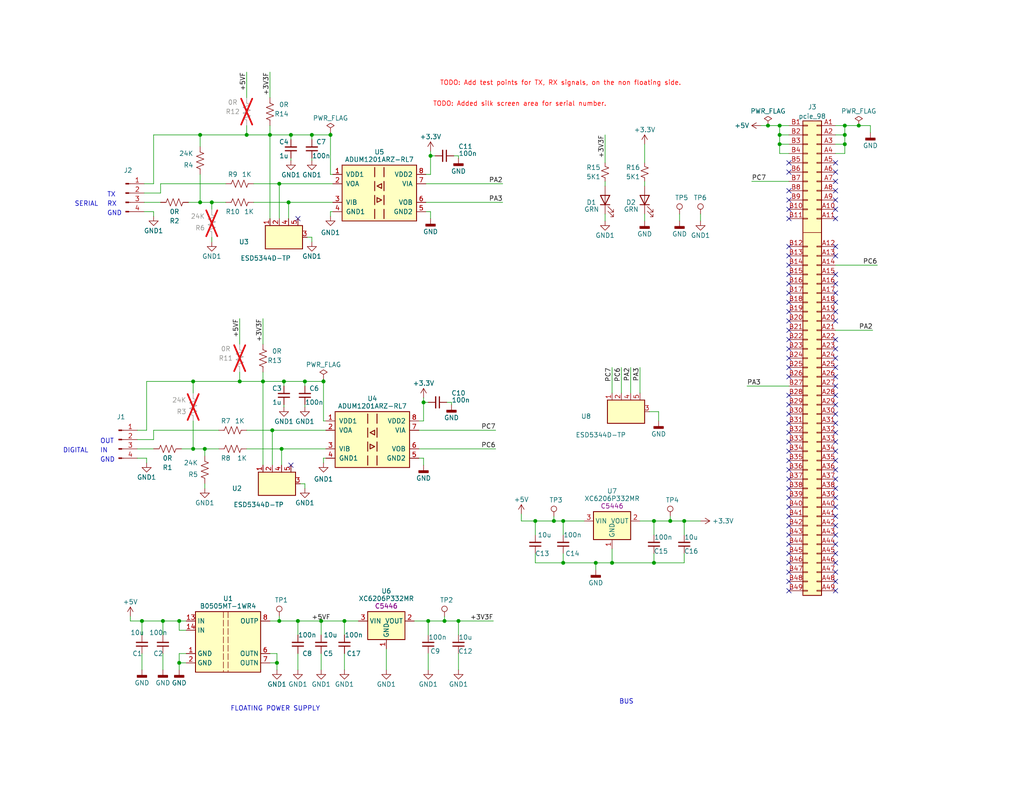
<source format=kicad_sch>
(kicad_sch (version 20230121) (generator eeschema)
  (paper "USLetter")
  (title_block (title "IO BOARD") (rev "0.1"))
  (lib_symbols
    (symbol "Connector:Conn_01x04_Pin" (pin_names (offset 1.016) hide)
      (property "Reference" "J" (at 0 5.08 0))
      (property "Value" "Conn_01x04_Pin" (at 0 -7.62 0))
      (symbol "Conn_01x04_Pin_1_1"
        (pin passive line (at 5.08 2.54 180) (length 3.81) (name "Pin_1") (number "1"))
        (pin passive line (at 5.08 0 180) (length 3.81) (name "Pin_2") (number "2"))
        (pin passive line (at 5.08 -2.54 180) (length 3.81) (name "Pin_3") (number "3"))
        (pin passive line (at 5.08 -5.08 180) (length 3.81) (name "Pin_4") (number "4"))
      )
    )
    (symbol "Device:C_Small" (pin_numbers hide) (pin_names (offset 0.254) hide)
      (property "Reference" "C" (at 0.254 1.778 0))
      (property "Value" "C_Small" (at 0.254 -2.032 0))
      (symbol "C_Small_1_1"
        (pin passive line (at 0 2.54 270) (length 2.032) (name "~") (number "1"))
        (pin passive line (at 0 -2.54 90) (length 2.032) (name "~") (number "2"))
      )
    )
    (symbol "Device:LED" (pin_numbers hide) (pin_names (offset 1.016) hide)
      (property "Reference" "D" (at 0 2.54 0))
      (property "Value" "LED" (at 0 -2.54 0))
      (symbol "LED_1_1"
        (pin passive line (at -3.81 0 0) (length 2.54) (name "K") (number "1"))
        (pin passive line (at 3.81 0 180) (length 2.54) (name "A") (number "2"))
      )
    )
    (symbol "Device:R_Small_US" (pin_numbers hide) (pin_names (offset 0.254) hide)
      (property "Reference" "R" (at 0.762 0.508 0))
      (property "Value" "R_Small_US" (at 0.762 -1.016 0))
      (symbol "R_Small_US_1_1"
        (pin passive line (at 0 2.54 270) (length 1.016) (name "~") (number "1"))
        (pin passive line (at 0 -2.54 90) (length 1.016) (name "~") (number "2"))
      )
    )
    (symbol "Device:R_US" (pin_numbers hide) (pin_names (offset 0))
      (property "Reference" "R" (at 2.54 0 90))
      (property "Value" "R_US" (at -2.54 0 90))
      (symbol "R_US_1_1"
        (pin passive line (at 0 3.81 270) (length 1.27) (name "~") (number "1"))
        (pin passive line (at 0 -3.81 90) (length 1.27) (name "~") (number "2"))
      )
    )
    (symbol "ESD5344D_1" (pin_names hide)
      (property "Reference" "U" (at -2.54 7.62 0))
      (property "Value" "esd_x4" (at 0 7.62 0))
      (symbol "ESD5344D_1_1_1"
        (pin passive line (at -5.08 5.08 0) (length 1.905) (name "D1") (number "1"))
        (pin passive line (at -5.08 2.54 0) (length 1.905) (name "D2") (number "2"))
        (pin power_in line (at 0 -5.08 90) (length 1.27) (name "GND") (number "3"))
        (pin passive line (at -5.08 0 0) (length 1.905) (name "D3") (number "4"))
        (pin passive line (at -5.08 -2.54 0) (length 1.905) (name "D4") (number "5"))
      )
    )
    (symbol "Isolator:ADuM1201AR" (pin_names (offset 1.016))
      (property "Reference" "U" (at -10.16 8.89 0))
      (property "Value" "ADuM1201AR" (at -2.032 8.89 0))
      (symbol "ADuM1201AR_1_1"
        (pin power_in line (at -12.7 5.08 0) (length 2.54) (name "VDD1") (number "1"))
        (pin output line (at -12.7 2.54 0) (length 2.54) (name "VOA") (number "2"))
        (pin input line (at -12.7 -2.54 0) (length 2.54) (name "VIB") (number "3"))
        (pin power_in line (at -12.7 -5.08 0) (length 2.54) (name "GND1") (number "4"))
        (pin power_in line (at 12.7 -5.08 180) (length 2.54) (name "GND2") (number "5"))
        (pin output line (at 12.7 -2.54 180) (length 2.54) (name "VOB") (number "6"))
        (pin input line (at 12.7 2.54 180) (length 2.54) (name "VIA") (number "7"))
        (pin power_in line (at 12.7 5.08 180) (length 2.54) (name "VDD2") (number "8"))
      )
    )
    (symbol "common:GND" (power) (pin_names (offset 0))
      (property "Value" "GND" (at 0 -3.175 0))
      (symbol "GND_1_1"
        (pin power_in line (at 0 0 270) (length 0) hide (name "GND") (number "1"))
      )
    )
    (symbol "common:PCIE_98_EDGE" (pin_names (offset 1.016) hide)
      (property "Reference" "J" (at 1.27 40.64 0))
      (property "Value" "pcie_98" (at 20.32 44.45 0))
      (symbol "PCIE_98_EDGE_1_1"
        (pin passive line (at 7.62 38.1 180) (length 3.81) (name "Pin_a1") (number "A1"))
        (pin passive line (at 7.62 15.24 180) (length 3.81) (name "Pin_a10") (number "A10"))
        (pin passive line (at 7.62 12.7 180) (length 3.81) (name "Pin_A11") (number "A11"))
        (pin passive line (at 7.62 5.08 180) (length 3.81) (name "Pin_a12") (number "A12"))
        (pin passive line (at 7.62 2.54 180) (length 3.81) (name "Pin_a13") (number "A13"))
        (pin passive line (at 7.62 0 180) (length 3.81) (name "Pin_a14") (number "A14"))
        (pin passive line (at 7.62 -2.54 180) (length 3.81) (name "Pin_a15") (number "A15"))
        (pin passive line (at 7.62 -5.08 180) (length 3.81) (name "Pin_a16") (number "A16"))
        (pin passive line (at 7.62 -7.62 180) (length 3.81) (name "Pin_a17") (number "A17"))
        (pin passive line (at 7.62 -10.16 180) (length 3.81) (name "Pin_a18") (number "A18"))
        (pin passive line (at 7.62 -12.7 180) (length 3.81) (name "Pin_a19") (number "A19"))
        (pin passive line (at 7.62 35.56 180) (length 3.81) (name "Pin_a2") (number "A2"))
        (pin passive line (at 7.62 -15.24 180) (length 3.81) (name "Pin_a20") (number "A20"))
        (pin passive line (at 7.62 -17.78 180) (length 3.81) (name "Pin_a21") (number "A21"))
        (pin passive line (at 7.62 -20.32 180) (length 3.81) (name "Pin_a22") (number "A22"))
        (pin passive line (at 7.62 -22.86 180) (length 3.81) (name "Pin_a23") (number "A23"))
        (pin passive line (at 7.62 -25.4 180) (length 3.81) (name "Pin_a24") (number "A24"))
        (pin passive line (at 7.62 -27.94 180) (length 3.81) (name "Pin_a25") (number "A25"))
        (pin passive line (at 7.62 -30.48 180) (length 3.81) (name "Pin_a26") (number "A26"))
        (pin passive line (at 7.62 -33.02 180) (length 3.81) (name "Pin_a27") (number "A27"))
        (pin passive line (at 7.62 -35.56 180) (length 3.81) (name "Pin_a28") (number "A28"))
        (pin passive line (at 7.62 -38.1 180) (length 3.81) (name "Pin_a29") (number "A29"))
        (pin passive line (at 7.62 33.02 180) (length 3.81) (name "Pin_a3") (number "A3"))
        (pin passive line (at 7.62 -40.64 180) (length 3.81) (name "Pin_a30") (number "A30"))
        (pin passive line (at 7.62 -43.18 180) (length 3.81) (name "Pin_a31") (number "A31"))
        (pin passive line (at 7.62 -45.72 180) (length 3.81) (name "Pin_a32") (number "A32"))
        (pin passive line (at 7.62 -48.26 180) (length 3.81) (name "Pin_a33") (number "A33"))
        (pin passive line (at 7.62 -50.8 180) (length 3.81) (name "Pin_a34") (number "A34"))
        (pin passive line (at 7.62 -53.34 180) (length 3.81) (name "Pin_a35") (number "A35"))
        (pin passive line (at 7.62 -55.88 180) (length 3.81) (name "Pin_a36") (number "A36"))
        (pin passive line (at 7.62 -58.42 180) (length 3.81) (name "Pin_a37") (number "A37"))
        (pin passive line (at 7.62 -60.96 180) (length 3.81) (name "Pin_a38") (number "A38"))
        (pin passive line (at 7.62 -63.5 180) (length 3.81) (name "Pin_a39") (number "A39"))
        (pin passive line (at 7.62 30.48 180) (length 3.81) (name "Pin_a4") (number "A4"))
        (pin passive line (at 7.62 -66.04 180) (length 3.81) (name "Pin_a40") (number "A40"))
        (pin passive line (at 7.62 -68.58 180) (length 3.81) (name "Pin_a41") (number "A41"))
        (pin passive line (at 7.62 -71.12 180) (length 3.81) (name "Pin_a42") (number "A42"))
        (pin passive line (at 7.62 -73.66 180) (length 3.81) (name "Pin_a43") (number "A43"))
        (pin passive line (at 7.62 -76.2 180) (length 3.81) (name "Pin_a44") (number "A44"))
        (pin passive line (at 7.62 -78.74 180) (length 3.81) (name "Pin_a45") (number "A45"))
        (pin passive line (at 7.62 -81.28 180) (length 3.81) (name "Pin_a46") (number "A46"))
        (pin passive line (at 7.62 -83.82 180) (length 3.81) (name "Pin_a47") (number "A47"))
        (pin passive line (at 7.62 -86.36 180) (length 3.81) (name "Pin_a48") (number "A48"))
        (pin passive line (at 7.62 -88.9 180) (length 3.81) (name "Pin_a49") (number "A49"))
        (pin passive line (at 7.62 27.94 180) (length 3.81) (name "Pin_a5") (number "A5"))
        (pin passive line (at 7.62 25.4 180) (length 3.81) (name "Pin_a6") (number "A6"))
        (pin passive line (at 7.62 22.86 180) (length 3.81) (name "Pin_a7") (number "A7"))
        (pin passive line (at 7.62 20.32 180) (length 3.81) (name "Pin_a8") (number "A8"))
        (pin passive line (at 7.62 17.78 180) (length 3.81) (name "Pin_a9") (number "A9"))
        (pin passive line (at -5.08 38.1 0) (length 3.81) (name "Pin_b1") (number "B1"))
        (pin passive line (at -5.08 15.24 0) (length 3.81) (name "Pin_b10") (number "B10"))
        (pin passive line (at -5.08 12.7 0) (length 3.81) (name "Pin_b11") (number "B11"))
        (pin passive line (at -5.08 5.08 0) (length 3.81) (name "Pin_b12") (number "B12"))
        (pin passive line (at -5.08 2.54 0) (length 3.81) (name "Pin_b13") (number "B13"))
        (pin passive line (at -5.08 0 0) (length 3.81) (name "Pin_b14") (number "B14"))
        (pin passive line (at -5.08 -2.54 0) (length 3.81) (name "Pin_b15") (number "B15"))
        (pin passive line (at -5.08 -5.08 0) (length 3.81) (name "Pin_b16") (number "B16"))
        (pin passive line (at -5.08 -7.62 0) (length 3.81) (name "Pin_b17") (number "B17"))
        (pin passive line (at -5.08 -10.16 0) (length 3.81) (name "Pin_b18") (number "B18"))
        (pin passive line (at -5.08 -12.7 0) (length 3.81) (name "Pin_b19") (number "B19"))
        (pin passive line (at -5.08 35.56 0) (length 3.81) (name "Pin_b2") (number "B2"))
        (pin passive line (at -5.08 -15.24 0) (length 3.81) (name "Pin_b20") (number "B20"))
        (pin passive line (at -5.08 -17.78 0) (length 3.81) (name "Pin_b21") (number "B21"))
        (pin passive line (at -5.08 -20.32 0) (length 3.81) (name "Pin_b22") (number "B22"))
        (pin passive line (at -5.08 -22.86 0) (length 3.81) (name "Pin_b23") (number "B23"))
        (pin passive line (at -5.08 -25.4 0) (length 3.81) (name "Pin_b24") (number "B24"))
        (pin passive line (at -5.08 -27.94 0) (length 3.81) (name "Pin_b25") (number "B25"))
        (pin passive line (at -5.08 -30.48 0) (length 3.81) (name "Pin_b26") (number "B26"))
        (pin passive line (at -5.08 -33.02 0) (length 3.81) (name "Pin_b27") (number "B27"))
        (pin passive line (at -5.08 -35.56 0) (length 3.81) (name "Pin_b28") (number "B28"))
        (pin passive line (at -5.08 -38.1 0) (length 3.81) (name "Pin_b29") (number "B29"))
        (pin passive line (at -5.08 33.02 0) (length 3.81) (name "Pin_b3") (number "B3"))
        (pin passive line (at -5.08 -40.64 0) (length 3.81) (name "Pin_b30") (number "B30"))
        (pin passive line (at -5.08 -43.18 0) (length 3.81) (name "Pin_b31") (number "B31"))
        (pin passive line (at -5.08 -45.72 0) (length 3.81) (name "Pin_b32") (number "B32"))
        (pin passive line (at -5.08 -48.26 0) (length 3.81) (name "Pin_b33") (number "B33"))
        (pin passive line (at -5.08 -50.8 0) (length 3.81) (name "Pin_b34") (number "B34"))
        (pin passive line (at -5.08 -53.34 0) (length 3.81) (name "Pin_b35") (number "B35"))
        (pin passive line (at -5.08 -55.88 0) (length 3.81) (name "Pin_b36") (number "B36"))
        (pin passive line (at -5.08 -58.42 0) (length 3.81) (name "Pin_b37") (number "B37"))
        (pin passive line (at -5.08 -60.96 0) (length 3.81) (name "Pin_b38") (number "B38"))
        (pin passive line (at -5.08 -63.5 0) (length 3.81) (name "Pin_b39") (number "B39"))
        (pin passive line (at -5.08 30.48 0) (length 3.81) (name "Pin_b4") (number "B4"))
        (pin passive line (at -5.08 -66.04 0) (length 3.81) (name "Pin_b40") (number "B40"))
        (pin passive line (at -5.08 -68.58 0) (length 3.81) (name "Pin_b41") (number "B41"))
        (pin passive line (at -5.08 -71.12 0) (length 3.81) (name "Pin_b42") (number "B42"))
        (pin passive line (at -5.08 -73.66 0) (length 3.81) (name "Pin_b43") (number "B43"))
        (pin passive line (at -5.08 -76.2 0) (length 3.81) (name "Pin_b44") (number "B44"))
        (pin passive line (at -5.08 -78.74 0) (length 3.81) (name "Pin_b45") (number "B45"))
        (pin passive line (at -5.08 -81.28 0) (length 3.81) (name "Pin_46") (number "B46"))
        (pin passive line (at -5.08 -83.82 0) (length 3.81) (name "Pin_b47") (number "B47"))
        (pin passive line (at -5.08 -86.36 0) (length 3.81) (name "Pin_b48") (number "B48"))
        (pin passive line (at -5.08 -88.9 0) (length 3.81) (name "Pin_b49") (number "B49"))
        (pin passive line (at -5.08 27.94 0) (length 3.81) (name "Pin_b5") (number "B5"))
        (pin passive line (at -5.08 25.4 0) (length 3.81) (name "Pin_b6") (number "B6"))
        (pin passive line (at -5.08 22.86 0) (length 3.81) (name "Pin_b7") (number "B7"))
        (pin passive line (at -5.08 20.32 0) (length 3.81) (name "Pin_b8") (number "B8"))
        (pin passive line (at -5.08 17.78 0) (length 3.81) (name "Pin_b9") (number "B9"))
      )
    )
    (symbol "common:TestPoint" (pin_numbers hide) (pin_names (offset 0.762) hide)
      (property "Reference" "TP" (at 0 6.858 0))
      (property "Value" "TestPoint" (at 0 5.08 0))
      (symbol "TestPoint_1_1"
        (pin passive line (at 0 1.27 90) (length 1.27) (name "1") (number "1"))
      )
    )
    (symbol "common:XC6206P332MR"
      (property "Reference" "U" (at -5.08 -3.81 0))
      (property "Value" "XC6206P332MR" (at 0 6.35 0))
      (property "LCSC" "C14289" (at -10.16 -1.27 0))
      (symbol "XC6206P332MR_1_1"
        (pin power_in line (at 0 -5.08 90) (length 2.54) (name "GND") (number "1"))
        (pin power_out line (at 7.62 2.54 180) (length 2.54) (name "VOUT") (number "2"))
        (pin power_in line (at -7.62 2.54 0) (length 2.54) (name "VIN") (number "3"))
      )
    )
    (symbol "io:isolated_dc_dc"
      (property "Reference" "U" (at -5.08 8.89 0))
      (property "Value" "B0505MT-1WR4" (at 3.81 8.89 0))
      (symbol "isolated_dc_dc_1_1"
        (pin power_in line (at -10.16 -6.35 0) (length 2.54) (name "GND") (number "1"))
        (pin power_in line (at -10.16 2.54 0) (length 2.54) (name "IN") (number "13"))
        (pin power_in line (at -10.16 0 0) (length 2.54) (name "IN") (number "14"))
        (pin power_in line (at -10.16 -8.89 0) (length 2.54) (name "GND") (number "2"))
        (pin power_out line (at 12.7 -6.35 180) (length 2.54) (name "OUTN") (number "6"))
        (pin passive line (at 12.7 -8.89 180) (length 2.54) (name "OUTN") (number "7"))
        (pin power_out line (at 12.7 2.54 180) (length 2.54) (name "OUTP") (number "8"))
      )
    )
    (symbol "power:+3.3V" (power) (pin_names (offset 0))
      (property "Value" "+3.3V" (at 0 3.556 0))
      (symbol "+3.3V_1_1"
        (pin power_in line (at 0 0 90) (length 0) hide (name "+3.3V") (number "1"))
      )
    )
    (symbol "power:+5V" (power) (pin_names (offset 0))
      (property "Value" "+5V" (at 0 3.556 0))
      (symbol "+5V_1_1"
        (pin power_in line (at 0 0 90) (length 0) hide (name "+5V") (number "1"))
      )
    )
    (symbol "power:GND1" (power) (pin_names (offset 0))
      (property "Value" "GND1" (at 0 -3.81 0))
      (symbol "GND1_1_1"
        (pin power_in line (at 0 0 270) (length 0) hide (name "GND1") (number "1"))
      )
    )
    (symbol "power:PWR_FLAG" (power) (pin_numbers hide) (pin_names (offset 0) hide)
      (property "Value" "PWR_FLAG" (at 0 3.81 0))
      (symbol "PWR_FLAG_0_0"
        (pin power_out line (at 0 0 90) (length 0) (name "pwr") (number "1"))
      )
    )
  )
  (junction (at 115.57 109.855))
  (junction (at 76.2 50.165))
  (junction (at 44.45 169.545))
  (junction (at 54.61 36.83))
  (junction (at 146.05 142.24))
  (junction (at 74.295 117.475))
  (junction (at 212.725 36.83))
  (junction (at 230.505 34.29))
  (junction (at 167.005 153.67))
  (junction (at 93.98 169.545))
  (junction (at 81.28 169.545))
  (junction (at 38.735 169.545))
  (junction (at 117.475 42.545))
  (junction (at 90.17 36.83))
  (junction (at 116.84 169.545))
  (junction (at 151.13 142.24))
  (junction (at 76.835 122.555))
  (junction (at 186.69 142.24))
  (junction (at 76.2 169.545))
  (junction (at 178.435 153.67))
  (junction (at 88.265 104.14))
  (junction (at 48.895 180.975))
  (junction (at 65.405 104.14))
  (junction (at 153.67 153.67))
  (junction (at 209.55 34.29))
  (junction (at 52.705 104.14))
  (junction (at 125.095 169.545))
  (junction (at 230.505 36.83))
  (junction (at 73.66 36.83))
  (junction (at 78.74 55.245))
  (junction (at 234.315 34.29))
  (junction (at 153.67 142.24))
  (junction (at 48.895 169.545))
  (junction (at 162.56 153.67))
  (junction (at 85.09 36.83))
  (junction (at 79.375 36.83))
  (junction (at 55.88 122.555))
  (junction (at 75.565 180.975))
  (junction (at 121.285 169.545))
  (junction (at 52.705 122.555))
  (junction (at 67.31 36.83))
  (junction (at 83.185 104.14))
  (junction (at 71.755 104.14))
  (junction (at 54.61 55.245))
  (junction (at 57.785 55.245))
  (junction (at 87.63 169.545))
  (junction (at 230.505 39.37))
  (junction (at 178.435 142.24))
  (junction (at 212.725 39.37))
  (junction (at 182.88 142.24))
  (junction (at 77.47 104.14))
  (junction (at 212.725 34.29))
  (no_connect (at 227.965 52.07))
  (no_connect (at 215.265 57.15))
  (no_connect (at 227.965 135.89))
  (no_connect (at 215.265 95.25))
  (no_connect (at 227.965 100.33))
  (no_connect (at 227.965 95.25))
  (no_connect (at 215.265 110.49))
  (no_connect (at 215.265 153.67))
  (no_connect (at 227.965 153.67))
  (no_connect (at 227.965 102.87))
  (no_connect (at 227.965 57.15))
  (no_connect (at 215.265 44.45))
  (no_connect (at 215.265 77.47))
  (no_connect (at 215.265 107.95))
  (no_connect (at 227.965 105.41))
  (no_connect (at 215.265 92.71))
  (no_connect (at 227.965 82.55))
  (no_connect (at 227.965 110.49))
  (no_connect (at 227.965 123.19))
  (no_connect (at 79.375 127))
  (no_connect (at 215.265 143.51))
  (no_connect (at 215.265 158.75))
  (no_connect (at 227.965 161.29))
  (no_connect (at 215.265 130.81))
  (no_connect (at 215.265 72.39))
  (no_connect (at 227.965 148.59))
  (no_connect (at 227.965 74.93))
  (no_connect (at 215.265 97.79))
  (no_connect (at 215.265 85.09))
  (no_connect (at 215.265 90.17))
  (no_connect (at 215.265 148.59))
  (no_connect (at 227.965 113.03))
  (no_connect (at 227.965 44.45))
  (no_connect (at 81.28 59.69))
  (no_connect (at 227.965 143.51))
  (no_connect (at 227.965 158.75))
  (no_connect (at 215.265 140.97))
  (no_connect (at 227.965 46.99))
  (no_connect (at 215.265 135.89))
  (no_connect (at 215.265 128.27))
  (no_connect (at 227.965 130.81))
  (no_connect (at 215.265 74.93))
  (no_connect (at 215.265 67.31))
  (no_connect (at 215.265 125.73))
  (no_connect (at 227.965 97.79))
  (no_connect (at 215.265 102.87))
  (no_connect (at 215.265 87.63))
  (no_connect (at 227.965 85.09))
  (no_connect (at 215.265 54.61))
  (no_connect (at 215.265 82.55))
  (no_connect (at 227.965 54.61))
  (no_connect (at 227.965 107.95))
  (no_connect (at 215.265 80.01))
  (no_connect (at 227.965 118.11))
  (no_connect (at 215.265 46.99))
  (no_connect (at 227.965 128.27))
  (no_connect (at 227.965 125.73))
  (no_connect (at 215.265 133.35))
  (no_connect (at 215.265 52.07))
  (no_connect (at 227.965 59.69))
  (no_connect (at 227.965 120.65))
  (no_connect (at 215.265 151.13))
  (no_connect (at 227.965 138.43))
  (no_connect (at 227.965 87.63))
  (no_connect (at 215.265 138.43))
  (no_connect (at 227.965 140.97))
  (no_connect (at 215.265 113.03))
  (no_connect (at 215.265 118.11))
  (no_connect (at 215.265 69.85))
  (no_connect (at 215.265 100.33))
  (no_connect (at 227.965 133.35))
  (no_connect (at 215.265 123.19))
  (no_connect (at 215.265 59.69))
  (no_connect (at 215.265 120.65))
  (no_connect (at 215.265 115.57))
  (no_connect (at 227.965 156.21))
  (no_connect (at 215.265 156.21))
  (no_connect (at 227.965 49.53))
  (no_connect (at 215.265 146.05))
  (no_connect (at 227.965 146.05))
  (no_connect (at 227.965 151.13))
  (no_connect (at 227.965 80.01))
  (no_connect (at 227.965 92.71))
  (no_connect (at 215.265 161.29))
  (no_connect (at 227.965 67.31))
  (no_connect (at 227.965 77.47))
  (no_connect (at 227.965 115.57))
  (no_connect (at 227.965 69.85))
  (wire (pts (xy 73.66 180.975) (xy 75.565 180.975)))
  (wire (pts (xy 230.505 36.83) (xy 230.505 34.29)))
  (wire (pts (xy 87.63 178.435) (xy 87.63 182.88)))
  (wire (pts (xy 114.3 122.555) (xy 135.255 122.555)))
  (wire (pts (xy 169.545 100.33) (xy 169.545 107.315)))
  (wire (pts (xy 65.405 101.6) (xy 65.405 104.14)))
  (wire (pts (xy 116.84 169.545) (xy 116.84 173.355)))
  (wire (pts (xy 73.66 34.29) (xy 73.66 36.83)))
  (wire (pts (xy 117.475 41.275) (xy 117.475 42.545)))
  (wire (pts (xy 87.63 169.545) (xy 87.63 173.355)))
  (wire (pts (xy 203.835 105.41) (xy 215.265 105.41)))
  (wire (pts (xy 79.375 43.18) (xy 79.375 43.815)))
  (wire (pts (xy 83.185 132.08) (xy 83.185 133.35)))
  (wire (pts (xy 83.82 64.77) (xy 85.09 64.77)))
  (wire (pts (xy 117.475 57.785) (xy 117.475 59.69)))
  (wire (pts (xy 41.91 57.785) (xy 39.37 57.785)))
  (wire (pts (xy 153.67 142.24) (xy 153.67 146.05)))
  (wire (pts (xy 81.28 178.435) (xy 81.28 182.88)))
  (wire (pts (xy 115.57 125.095) (xy 115.57 127)))
  (wire (pts (xy 54.61 36.83) (xy 67.31 36.83)))
  (wire (pts (xy 116.205 50.165) (xy 137.16 50.165)))
  (wire (pts (xy 172.085 100.33) (xy 172.085 107.315)))
  (wire (pts (xy 125.095 169.545) (xy 125.095 173.355)))
  (wire (pts (xy 35.56 168.275) (xy 35.56 169.545)))
  (wire (pts (xy 186.69 142.24) (xy 191.135 142.24)))
  (wire (pts (xy 81.915 132.08) (xy 83.185 132.08)))
  (wire (pts (xy 116.205 55.245) (xy 137.16 55.245)))
  (wire (pts (xy 65.405 86.995) (xy 65.405 93.98)))
  (wire (pts (xy 121.285 169.545) (xy 125.095 169.545)))
  (wire (pts (xy 142.24 142.24) (xy 146.05 142.24)))
  (wire (pts (xy 146.05 153.67) (xy 153.67 153.67)))
  (wire (pts (xy 77.47 110.49) (xy 77.47 111.125)))
  (wire (pts (xy 83.185 104.14) (xy 77.47 104.14)))
  (wire (pts (xy 175.895 49.53) (xy 175.895 50.8)))
  (wire (pts (xy 44.45 169.545) (xy 44.45 173.355)))
  (wire (pts (xy 71.755 104.14) (xy 71.755 127)))
  (wire (pts (xy 35.56 169.545) (xy 38.735 169.545)))
  (wire (pts (xy 165.1 36.83) (xy 165.1 44.45)))
  (wire (pts (xy 69.215 50.165) (xy 76.2 50.165)))
  (wire (pts (xy 125.095 178.435) (xy 125.095 182.88)))
  (wire (pts (xy 230.505 39.37) (xy 230.505 36.83)))
  (wire (pts (xy 88.265 125.095) (xy 88.265 126.365)))
  (wire (pts (xy 52.705 114.935) (xy 52.705 122.555)))
  (wire (pts (xy 51.435 55.245) (xy 54.61 55.245)))
  (wire (pts (xy 151.13 140.97) (xy 151.13 142.24)))
  (wire (pts (xy 185.42 58.42) (xy 185.42 60.325)))
  (wire (pts (xy 54.61 36.83) (xy 54.61 40.005)))
  (wire (pts (xy 227.965 36.83) (xy 230.505 36.83)))
  (wire (pts (xy 43.815 50.165) (xy 61.595 50.165)))
  (wire (pts (xy 69.215 55.245) (xy 78.74 55.245)))
  (wire (pts (xy 90.17 47.625) (xy 90.805 47.625)))
  (wire (pts (xy 88.265 114.935) (xy 88.9 114.935)))
  (wire (pts (xy 43.815 52.705) (xy 43.815 50.165)))
  (wire (pts (xy 76.2 50.165) (xy 90.805 50.165)))
  (wire (pts (xy 40.005 125.095) (xy 40.005 126.365)))
  (wire (pts (xy 55.88 122.555) (xy 55.88 124.46)))
  (wire (pts (xy 55.88 122.555) (xy 59.69 122.555)))
  (wire (pts (xy 93.98 169.545) (xy 97.79 169.545)))
  (wire (pts (xy 234.315 34.29) (xy 237.49 34.29)))
  (wire (pts (xy 48.895 178.435) (xy 48.895 180.975)))
  (wire (pts (xy 81.28 169.545) (xy 81.28 173.355)))
  (wire (pts (xy 40.005 104.14) (xy 52.705 104.14)))
  (wire (pts (xy 90.17 36.83) (xy 85.09 36.83)))
  (wire (pts (xy 37.465 117.475) (xy 40.005 117.475)))
  (wire (pts (xy 41.91 117.475) (xy 59.69 117.475)))
  (wire (pts (xy 85.09 36.83) (xy 79.375 36.83)))
  (wire (pts (xy 75.565 180.975) (xy 75.565 182.88)))
  (wire (pts (xy 114.3 117.475) (xy 135.255 117.475)))
  (wire (pts (xy 125.095 42.545) (xy 125.095 43.18)))
  (wire (pts (xy 230.505 41.91) (xy 230.505 39.37)))
  (wire (pts (xy 151.13 142.24) (xy 153.67 142.24)))
  (wire (pts (xy 88.9 125.095) (xy 88.265 125.095)))
  (wire (pts (xy 85.09 36.83) (xy 85.09 38.1)))
  (wire (pts (xy 65.405 104.14) (xy 71.755 104.14)))
  (wire (pts (xy 37.465 122.555) (xy 41.91 122.555)))
  (wire (pts (xy 123.19 109.855) (xy 123.19 110.49)))
  (wire (pts (xy 227.965 34.29) (xy 230.505 34.29)))
  (wire (pts (xy 212.725 34.29) (xy 209.55 34.29)))
  (wire (pts (xy 41.91 50.165) (xy 41.91 36.83)))
  (wire (pts (xy 39.37 52.705) (xy 43.815 52.705)))
  (wire (pts (xy 67.31 19.685) (xy 67.31 26.67)))
  (wire (pts (xy 123.825 42.545) (xy 125.095 42.545)))
  (wire (pts (xy 41.91 120.015) (xy 41.91 117.475)))
  (wire (pts (xy 115.57 108.585) (xy 115.57 109.855)))
  (wire (pts (xy 167.005 149.86) (xy 167.005 153.67)))
  (wire (pts (xy 121.285 168.275) (xy 121.285 169.545)))
  (wire (pts (xy 85.09 64.77) (xy 85.09 66.04)))
  (wire (pts (xy 37.465 120.015) (xy 41.91 120.015)))
  (wire (pts (xy 39.37 55.245) (xy 43.815 55.245)))
  (wire (pts (xy 239.395 72.39) (xy 227.965 72.39)))
  (wire (pts (xy 74.295 117.475) (xy 88.9 117.475)))
  (wire (pts (xy 75.565 178.435) (xy 75.565 180.975)))
  (wire (pts (xy 76.2 50.165) (xy 76.2 59.69)))
  (wire (pts (xy 116.84 109.855) (xy 115.57 109.855)))
  (wire (pts (xy 205.105 49.53) (xy 215.265 49.53)))
  (wire (pts (xy 48.895 169.545) (xy 50.8 169.545)))
  (wire (pts (xy 116.84 169.545) (xy 121.285 169.545)))
  (wire (pts (xy 142.24 140.335) (xy 142.24 142.24)))
  (wire (pts (xy 81.28 169.545) (xy 87.63 169.545)))
  (wire (pts (xy 73.66 19.685) (xy 73.66 26.67)))
  (wire (pts (xy 215.265 41.91) (xy 212.725 41.91)))
  (wire (pts (xy 182.88 142.24) (xy 186.69 142.24)))
  (wire (pts (xy 186.69 142.24) (xy 186.69 146.05)))
  (wire (pts (xy 162.56 153.67) (xy 167.005 153.67)))
  (wire (pts (xy 167.005 100.33) (xy 167.005 107.315)))
  (wire (pts (xy 115.57 114.935) (xy 114.3 114.935)))
  (wire (pts (xy 162.56 155.575) (xy 162.56 153.67)))
  (wire (pts (xy 118.745 42.545) (xy 117.475 42.545)))
  (wire (pts (xy 105.41 177.165) (xy 105.41 182.88)))
  (wire (pts (xy 87.63 169.545) (xy 93.98 169.545)))
  (wire (pts (xy 117.475 42.545) (xy 117.475 47.625)))
  (wire (pts (xy 146.05 142.24) (xy 151.13 142.24)))
  (wire (pts (xy 44.45 178.435) (xy 44.45 182.88)))
  (wire (pts (xy 73.66 178.435) (xy 75.565 178.435)))
  (wire (pts (xy 113.03 169.545) (xy 116.84 169.545)))
  (wire (pts (xy 50.8 172.085) (xy 48.895 172.085)))
  (wire (pts (xy 54.61 55.245) (xy 57.785 55.245)))
  (wire (pts (xy 117.475 47.625) (xy 116.205 47.625)))
  (wire (pts (xy 77.47 104.14) (xy 71.755 104.14)))
  (wire (pts (xy 40.005 117.475) (xy 40.005 104.14)))
  (wire (pts (xy 49.53 122.555) (xy 52.705 122.555)))
  (wire (pts (xy 153.67 151.13) (xy 153.67 153.67)))
  (wire (pts (xy 116.84 178.435) (xy 116.84 182.88)))
  (wire (pts (xy 212.725 34.29) (xy 212.725 36.83)))
  (wire (pts (xy 90.17 57.785) (xy 90.17 59.055)))
  (wire (pts (xy 52.705 104.14) (xy 65.405 104.14)))
  (wire (pts (xy 90.17 36.195) (xy 90.17 36.83)))
  (wire (pts (xy 174.625 100.33) (xy 174.625 107.315)))
  (wire (pts (xy 212.725 39.37) (xy 215.265 39.37)))
  (wire (pts (xy 227.965 39.37) (xy 230.505 39.37)))
  (wire (pts (xy 114.3 125.095) (xy 115.57 125.095)))
  (wire (pts (xy 40.005 125.095) (xy 37.465 125.095)))
  (wire (pts (xy 83.185 104.14) (xy 83.185 105.41)))
  (wire (pts (xy 90.17 36.83) (xy 90.17 47.625)))
  (wire (pts (xy 125.095 169.545) (xy 134.62 169.545)))
  (wire (pts (xy 212.725 39.37) (xy 212.725 41.91)))
  (wire (pts (xy 39.37 50.165) (xy 41.91 50.165)))
  (wire (pts (xy 76.835 122.555) (xy 76.835 127)))
  (wire (pts (xy 178.435 151.13) (xy 178.435 153.67)))
  (wire (pts (xy 175.895 58.42) (xy 175.895 60.325)))
  (wire (pts (xy 73.66 36.83) (xy 73.66 59.69)))
  (wire (pts (xy 67.31 117.475) (xy 74.295 117.475)))
  (wire (pts (xy 88.265 104.14) (xy 88.265 114.935)))
  (wire (pts (xy 215.265 34.29) (xy 212.725 34.29)))
  (wire (pts (xy 165.1 58.42) (xy 165.1 60.325)))
  (wire (pts (xy 71.755 86.995) (xy 71.755 93.98)))
  (wire (pts (xy 67.31 122.555) (xy 76.835 122.555)))
  (wire (pts (xy 83.185 110.49) (xy 83.185 111.125)))
  (wire (pts (xy 67.31 34.29) (xy 67.31 36.83)))
  (wire (pts (xy 78.74 55.245) (xy 90.805 55.245)))
  (wire (pts (xy 93.98 169.545) (xy 93.98 173.355)))
  (wire (pts (xy 178.435 142.24) (xy 182.88 142.24)))
  (wire (pts (xy 179.705 112.395) (xy 179.705 114.935)))
  (wire (pts (xy 73.66 169.545) (xy 76.2 169.545)))
  (wire (pts (xy 44.45 169.545) (xy 48.895 169.545)))
  (wire (pts (xy 85.09 43.18) (xy 85.09 43.815)))
  (wire (pts (xy 88.265 103.505) (xy 88.265 104.14)))
  (wire (pts (xy 38.735 169.545) (xy 38.735 173.355)))
  (wire (pts (xy 88.265 104.14) (xy 83.185 104.14)))
  (wire (pts (xy 50.8 178.435) (xy 48.895 178.435)))
  (wire (pts (xy 71.755 101.6) (xy 71.755 104.14)))
  (wire (pts (xy 116.205 57.785) (xy 117.475 57.785)))
  (wire (pts (xy 227.965 41.91) (xy 230.505 41.91)))
  (wire (pts (xy 76.2 169.545) (xy 81.28 169.545)))
  (wire (pts (xy 237.49 34.29) (xy 237.49 36.195)))
  (wire (pts (xy 182.88 140.97) (xy 182.88 142.24)))
  (wire (pts (xy 178.435 153.67) (xy 186.69 153.67)))
  (wire (pts (xy 174.625 142.24) (xy 178.435 142.24)))
  (wire (pts (xy 48.895 172.085) (xy 48.895 169.545)))
  (wire (pts (xy 93.98 178.435) (xy 93.98 182.88)))
  (wire (pts (xy 52.705 104.14) (xy 52.705 107.315)))
  (wire (pts (xy 230.505 34.29) (xy 234.315 34.29)))
  (wire (pts (xy 57.785 64.77) (xy 57.785 66.04)))
  (wire (pts (xy 227.965 90.17) (xy 238.125 90.17)))
  (wire (pts (xy 146.05 151.13) (xy 146.05 153.67)))
  (wire (pts (xy 115.57 109.855) (xy 115.57 114.935)))
  (wire (pts (xy 146.05 142.24) (xy 146.05 146.05)))
  (wire (pts (xy 57.785 55.245) (xy 61.595 55.245)))
  (wire (pts (xy 191.135 58.42) (xy 191.135 60.325)))
  (wire (pts (xy 67.31 36.83) (xy 73.66 36.83)))
  (wire (pts (xy 212.725 36.83) (xy 212.725 39.37)))
  (wire (pts (xy 38.735 178.435) (xy 38.735 182.88)))
  (wire (pts (xy 90.805 57.785) (xy 90.17 57.785)))
  (wire (pts (xy 54.61 47.625) (xy 54.61 55.245)))
  (wire (pts (xy 76.2 168.275) (xy 76.2 169.545)))
  (wire (pts (xy 209.55 34.29) (xy 207.645 34.29)))
  (wire (pts (xy 57.785 55.245) (xy 57.785 57.15)))
  (wire (pts (xy 121.92 109.855) (xy 123.19 109.855)))
  (wire (pts (xy 153.67 142.24) (xy 159.385 142.24)))
  (wire (pts (xy 38.735 169.545) (xy 44.45 169.545)))
  (wire (pts (xy 48.895 180.975) (xy 50.8 180.975)))
  (wire (pts (xy 79.375 36.83) (xy 79.375 38.1)))
  (wire (pts (xy 186.69 151.13) (xy 186.69 153.67)))
  (wire (pts (xy 167.005 153.67) (xy 178.435 153.67)))
  (wire (pts (xy 41.91 36.83) (xy 54.61 36.83)))
  (wire (pts (xy 175.895 39.37) (xy 175.895 44.45)))
  (wire (pts (xy 41.91 57.785) (xy 41.91 59.055)))
  (wire (pts (xy 55.88 132.08) (xy 55.88 133.35)))
  (wire (pts (xy 165.1 49.53) (xy 165.1 50.8)))
  (wire (pts (xy 79.375 36.83) (xy 73.66 36.83)))
  (wire (pts (xy 74.295 117.475) (xy 74.295 127)))
  (wire (pts (xy 52.705 122.555) (xy 55.88 122.555)))
  (wire (pts (xy 212.725 36.83) (xy 215.265 36.83)))
  (wire (pts (xy 48.895 180.975) (xy 48.895 182.88)))
  (wire (pts (xy 77.47 104.14) (xy 77.47 105.41)))
  (wire (pts (xy 178.435 142.24) (xy 178.435 146.05)))
  (wire (pts (xy 153.67 153.67) (xy 162.56 153.67)))
  (wire (pts (xy 177.165 112.395) (xy 179.705 112.395)))
  (wire (pts (xy 78.74 55.245) (xy 78.74 59.69)))
  (wire (pts (xy 76.835 122.555) (xy 88.9 122.555)))
  (text "OUT" (at 27.305 121.285 0) (effects (font (size 1.27 1.27)) (justify left bottom)))
  (text "BUS" (at 168.91 192.405 0) (effects (font (size 1.27 1.27)) (justify left bottom)))
  (text "TX" (at 29.21 53.975 0) (effects (font (size 1.27 1.27)) (justify left bottom)))
  (text "FLOATING POWER SUPPLY" (at 62.865 194.31 0) (effects (font (size 1.27 1.27)) (justify left bottom)))
  (text "IN" (at 27.305 123.825 0) (effects (font (size 1.27 1.27)) (justify left bottom)))
  (text "TODO: Added silk screen area for serial number." (at 118.11 29.21 0) (effects (font (size 1.27 1.27)) (justify left bottom)))
  (text "DIGITAL" (at 17.145 123.825 0) (effects (font (size 1.27 1.27)) (justify left bottom)))
  (text "TODO: Add test points for TX, RX signals, on the non floating side." (at 120.015 23.495 0) (effects (font (size 1.27 1.27)) (justify left bottom)))
  (text "RX" (at 29.21 56.515 0) (effects (font (size 1.27 1.27)) (justify left bottom)))
  (text "GND" (at 27.305 126.365 0) (effects (font (size 1.27 1.27)) (justify left bottom)))
  (text "SERIAL" (at 20.32 56.515 0) (effects (font (size 1.27 1.27)) (justify left bottom)))
  (text "GND" (at 29.21 59.055 0) (effects (font (size 1.27 1.27)) (justify left bottom)))
  (label "PC7" (at 135.255 117.475 180))
  (label "+3V3F" (at 165.1 36.83 270))
  (label "+5VF" (at 90.17 169.545 180))
  (label "+3V3F" (at 134.62 169.545 180))
  (label "+5VF" (at 67.31 19.685 270))
  (label "PA3" (at 174.625 100.33 270))
  (label "PC7" (at 167.005 100.33 270))
  (label "+5VF" (at 65.405 86.995 270))
  (label "PA2" (at 172.085 100.33 270))
  (label "PA2" (at 137.16 50.165 180))
  (label "+3V3F" (at 73.66 19.685 270))
  (label "PC6" (at 169.545 100.33 270))
  (label "PC6" (at 239.395 72.39 180))
  (label "PC7" (at 205.105 49.53 0))
  (label "PA2" (at 238.125 90.17 180))
  (label "+3V3F" (at 71.755 86.995 270))
  (label "PA3" (at 137.16 55.245 180))
  (label "PC6" (at 135.255 122.555 180))
  (label "PA3" (at 203.835 105.41 0))
  (symbol (lib_id "Device:C_Small") (at 186.69 148.59 180) (unit 1)
    (property "Reference" "C16" (at 188.595 150.495 0))
    (property "Value" "10u" (at 188.595 146.685 0))
    (property "Footprint" "Capacitor_SMD:C_0603_1608Metric_Pad1.08x0.95mm_HandSolder" (effects hide))
    (property "LCSC" "C96446" (effects hide))
  )
  (symbol (lib_id "common:TestPoint") (at 185.42 59.69 0) (unit 1)
    (property "Reference" "TP5" (at 184.15 53.975 0) (effects (justify left)))
    (property "Value" "TestPoint" (effects hide))
    (property "Footprint" "common:Test_Pad" (effects hide))
    (property "LCSC" "DNP" (effects hide))
  )
  (symbol (lib_id "Device:R_US") (at 54.61 43.815 180) (unit 1)
    (property "Reference" "R4" (at 51.435 45.085 0))
    (property "Value" "24K" (at 50.8 41.91 0))
    (property "Footprint" "Resistor_SMD:R_0603_1608Metric_Pad0.98x0.95mm_HandSolder" (effects hide))
    (property "LCSC" "C23352" (effects hide))
  )
  (symbol (lib_id "Device:C_Small") (at 116.84 175.895 180) (unit 1)
    (property "Reference" "C9" (at 118.745 177.8 0))
    (property "Value" "100n" (at 119.38 173.99 0))
    (property "Footprint" "Capacitor_SMD:C_0603_1608Metric_Pad1.08x0.95mm_HandSolder" (effects hide))
    (property "LCSC" "C14663" (effects hide))
  )
  (symbol (lib_id "power:GND1") (at 116.84 182.88 0) (unit 1)
    (property "Reference" "#PWR023" (effects hide))
    (property "Value" "GND1" (at 116.84 186.825 0))
  )
  (symbol (lib_name "ESD5344D_1") (lib_id "common:ESD5344D") (at 78.74 64.77 90) (mirror x) (unit 1)
    (property "Reference" "U3" (at 67.945 66.04 90) (effects (justify left)))
    (property "Value" "ESD5344D-TP" (at 79.375 70.485 90) (effects (justify left)))
    (property "Footprint" "common:Diodes_UDFN-10_1.0x2.5mm_P0.5mm" (effects hide))
    (property "LCSC" "C2841840" (effects hide))
  )
  (symbol (lib_id "common:PCIE_98_EDGE") (at 220.345 72.39 0) (unit 1) (in_bom no)
    (property "Reference" "J3" (at 221.615 29.21 0))
    (property "Value" "pcie_98" (at 221.615 31.75 0))
    (property "Footprint" "common:PCIE_98_CARD" (effects hide))
    (property "LCSC" "DNP" (effects hide))
  )
  (symbol (lib_id "power:GND1") (at 75.565 182.88 0) (unit 1)
    (property "Reference" "#PWR09" (effects hide))
    (property "Value" "GND1" (at 75.565 186.825 0))
  )
  (symbol (lib_id "power:PWR_FLAG") (at 88.265 103.505 0) (unit 1)
    (property "Reference" "#FLG01" (effects hide))
    (property "Value" "PWR_FLAG" (at 88.265 99.56 0))
  )
  (symbol (lib_id "common:XC6206P332MR") (at 105.41 172.085 0) (unit 1)
    (property "Reference" "U6" (at 105.41 161.377 0))
    (property "Value" "XC6206P332MR" (at 105.41 163.425 0))
    (property "Footprint" "Package_TO_SOT_SMD:SOT-23-3" (effects hide))
    (property "Datasheet" "https://www.holtek.com/documents/10179/116711/HT75xx-1v250.pdf" (effects hide))
    (property "LCSC" "C5446" (at 105.41 165.473 0))
    (property "JLCRotOffset" "180" (effects hide))
  )
  (symbol (lib_id "power:GND1") (at 85.09 43.815 0) (unit 1)
    (property "Reference" "#PWR015" (effects hide))
    (property "Value" "GND1" (at 85.09 47.76 0))
  )
  (symbol (lib_id "Device:C_Small") (at 81.28 175.895 180) (unit 1)
    (property "Reference" "C8" (at 83.82 178.435 0))
    (property "Value" "100n" (at 83.82 173.355 0))
    (property "Footprint" "Capacitor_SMD:C_0603_1608Metric_Pad1.08x0.95mm_HandSolder" (effects hide))
    (property "LCSC" "C14663" (effects hide))
  )
  (symbol (lib_id "power:GND1") (at 85.09 66.04 0) (unit 1)
    (property "Reference" "#PWR016" (effects hide))
    (property "Value" "GND1" (at 85.09 69.985 0))
  )
  (symbol (lib_id "Device:R_US") (at 45.72 122.555 270) (unit 1)
    (property "Reference" "R1" (at 45.72 127.635 90))
    (property "Value" "0R" (at 45.72 125.095 90))
    (property "Footprint" "Resistor_SMD:R_0603_1608Metric_Pad0.98x0.95mm_HandSolder" (effects hide))
    (property "LCSC" "C21189" (effects hide))
  )
  (symbol (lib_id "power:GND1") (at 90.17 59.055 0) (unit 1)
    (property "Reference" "#PWR018" (effects hide))
    (property "Value" "GND1" (at 90.17 63.5 0))
  )
  (symbol (lib_id "common:TestPoint") (at 76.2 169.545 0) (unit 1)
    (property "Reference" "TP1" (at 74.93 163.83 0) (effects (justify left)))
    (property "Value" "TestPoint" (effects hide))
    (property "Footprint" "common:Test_Pad" (effects hide))
    (property "LCSC" "DNP" (effects hide))
  )
  (symbol (lib_id "Device:R_US") (at 71.755 97.79 180) (unit 1)
    (property "Reference" "R13" (at 74.93 98.425 0))
    (property "Value" "0R" (at 75.565 95.885 0))
    (property "Footprint" "Resistor_SMD:R_0603_1608Metric_Pad0.98x0.95mm_HandSolder" (effects hide))
    (property "LCSC" "C21189" (effects hide))
  )
  (symbol (lib_id "power:GND1") (at 93.98 182.88 0) (unit 1)
    (property "Reference" "#PWR040" (effects hide))
    (property "Value" "GND1" (at 93.98 186.825 0))
  )
  (symbol (lib_id "Device:LED") (at 175.895 54.61 90) (unit 1)
    (property "Reference" "D2" (at 170.815 55.245 90) (effects (justify right)))
    (property "Value" "GRN" (at 170.18 57.15 90) (effects (justify right)))
    (property "Footprint" "LED_SMD:LED_0603_1608Metric" (effects hide))
    (property "LCSC" "C72043" (effects hide))
  )
  (symbol (lib_id "common:GND") (at 237.49 36.195 0) (unit 1)
    (property "Reference" "#PWR039" (effects hide))
    (property "Value" "GND" (at 237.49 39.759 0))
  )
  (symbol (lib_id "Device:C_Small") (at 38.735 175.895 180) (unit 1)
    (property "Reference" "C1" (at 37.465 178.435 0))
    (property "Value" "10u" (at 37.465 172.72 0))
    (property "Footprint" "Capacitor_SMD:C_0603_1608Metric_Pad1.08x0.95mm_HandSolder" (effects hide))
    (property "LCSC" "C96446" (effects hide))
  )
  (symbol (lib_id "common:GND") (at 117.475 59.69 0) (unit 1)
    (property "Reference" "#PWR025" (effects hide))
    (property "Value" "GND" (at 117.475 63.254 0))
  )
  (symbol (lib_id "power:GND1") (at 40.005 126.365 0) (unit 1)
    (property "Reference" "#PWR03" (effects hide))
    (property "Value" "GND1" (at 40.005 130.31 0))
  )
  (symbol (lib_id "Device:C_Small") (at 77.47 107.95 0) (mirror x) (unit 1)
    (property "Reference" "C3" (at 75.565 106.045 0))
    (property "Value" "1u" (at 75.565 109.855 0))
    (property "Footprint" "Capacitor_SMD:C_0603_1608Metric_Pad1.08x0.95mm_HandSolder" (effects hide))
    (property "LCSC" "C15849" (effects hide))
  )
  (symbol (lib_id "common:GND") (at 125.095 43.18 0) (unit 1)
    (property "Reference" "#PWR028" (effects hide))
    (property "Value" "GND" (at 125.095 46.744 0))
  )
  (symbol (lib_id "Isolator:ADuM1201AR") (at 101.6 120.015 0) (unit 1)
    (property "Reference" "U4" (at 101.6 108.815 0))
    (property "Value" "ADUM1201ARZ-RL7" (at 101.6 110.863 0))
    (property "Footprint" "Package_SO:SOIC-8_3.9x4.9mm_P1.27mm" (effects hide))
    (property "Datasheet" "https://www.analog.com/media/en/technical-documentation/data-sheets/ADuM1200_1201.pdf" (effects hide))
    (property "LCSC" "C9669" (effects hide))
    (property "JLCRotOffset" "-90" (effects hide))
  )
  (symbol (lib_id "power:GND1") (at 83.185 111.125 0) (unit 1)
    (property "Reference" "#PWR013" (effects hide))
    (property "Value" "GND1" (at 83.185 115.07 0))
  )
  (symbol (lib_id "Device:R_US") (at 47.625 55.245 270) (unit 1)
    (property "Reference" "R2" (at 47.625 60.325 90))
    (property "Value" "0R" (at 47.625 57.785 90))
    (property "Footprint" "Resistor_SMD:R_0603_1608Metric_Pad0.98x0.95mm_HandSolder" (effects hide))
    (property "LCSC" "C21189" (effects hide))
  )
  (symbol (lib_id "Device:R_US") (at 63.5 122.555 90) (unit 1)
    (property "Reference" "R8" (at 61.595 125.095 90))
    (property "Value" "1K" (at 66.04 125.095 90))
    (property "Footprint" "Resistor_SMD:R_0603_1608Metric_Pad0.98x0.95mm_HandSolder" (effects hide))
    (property "LCSC" "C21190" (effects hide))
  )
  (symbol (lib_id "Device:C_Small") (at 125.095 175.895 180) (unit 1)
    (property "Reference" "C12" (at 127 177.8 0))
    (property "Value" "10u" (at 127 173.99 0))
    (property "Footprint" "Capacitor_SMD:C_0603_1608Metric_Pad1.08x0.95mm_HandSolder" (effects hide))
    (property "LCSC" "C96446" (effects hide))
  )
  (symbol (lib_id "Device:C_Small") (at 87.63 175.895 180) (unit 1)
    (property "Reference" "C5" (at 89.535 178.435 0))
    (property "Value" "10u" (at 90.17 173.355 0))
    (property "Footprint" "Capacitor_SMD:C_0603_1608Metric_Pad1.08x0.95mm_HandSolder" (effects hide))
    (property "LCSC" "C96446" (effects hide))
  )
  (symbol (lib_id "power:+3.3V") (at 191.135 142.24 270) (unit 1)
    (property "Reference" "#PWR037" (effects hide))
    (property "Value" "+3.3V" (at 194.31 142.24 90) (effects (justify left)))
  )
  (symbol (lib_id "Device:C_Small") (at 178.435 148.59 180) (unit 1)
    (property "Reference" "C15" (at 180.34 150.495 0))
    (property "Value" "100n" (at 180.975 146.685 0))
    (property "Footprint" "Capacitor_SMD:C_0603_1608Metric_Pad1.08x0.95mm_HandSolder" (effects hide))
    (property "LCSC" "C14663" (effects hide))
  )
  (symbol (lib_id "Device:C_Small") (at 44.45 175.895 180) (unit 1)
    (property "Reference" "C2" (at 43.18 178.435 0))
    (property "Value" "100n" (at 43.18 172.72 0))
    (property "Footprint" "Capacitor_SMD:C_0603_1608Metric_Pad1.08x0.95mm_HandSolder" (effects hide))
    (property "LCSC" "C14663" (effects hide))
  )
  (symbol (lib_id "Isolator:ADuM1201AR") (at 103.505 52.705 0) (unit 1)
    (property "Reference" "U5" (at 103.505 41.505 0))
    (property "Value" "ADUM1201ARZ-RL7" (at 103.505 43.553 0))
    (property "Footprint" "Package_SO:SOIC-8_3.9x4.9mm_P1.27mm" (effects hide))
    (property "Datasheet" "https://www.analog.com/media/en/technical-documentation/data-sheets/ADuM1200_1201.pdf" (effects hide))
    (property "LCSC" "C9669" (effects hide))
    (property "JLCRotOffset" "-90" (effects hide))
  )
  (symbol (lib_id "Device:R_US") (at 65.405 55.245 90) (unit 1)
    (property "Reference" "R10" (at 63.5 57.785 90))
    (property "Value" "1K" (at 67.945 57.785 90))
    (property "Footprint" "Resistor_SMD:R_0603_1608Metric_Pad0.98x0.95mm_HandSolder" (effects hide))
    (property "LCSC" "C21190" (effects hide))
  )
  (symbol (lib_id "common:GND") (at 185.42 60.325 0) (unit 1)
    (property "Reference" "#PWR035" (effects hide))
    (property "Value" "GND" (at 185.42 63.889 0))
  )
  (symbol (lib_id "power:GND1") (at 41.91 59.055 0) (unit 1)
    (property "Reference" "#PWR04" (effects hide))
    (property "Value" "GND1" (at 41.91 63 0))
  )
  (symbol (lib_id "power:GND1") (at 55.88 133.35 0) (unit 1)
    (property "Reference" "#PWR07" (effects hide))
    (property "Value" "GND1" (at 55.88 137.295 0))
  )
  (symbol (lib_id "power:GND1") (at 57.785 66.04 0) (unit 1)
    (property "Reference" "#PWR08" (effects hide))
    (property "Value" "GND1" (at 57.785 69.985 0))
  )
  (symbol (lib_id "Connector:Conn_01x04_Pin") (at 34.29 52.705 0) (unit 1)
    (property "Reference" "J2" (at 34.925 46.5088 0))
    (property "Value" "Conn_01x04_Pin" (effects hide))
    (property "Footprint" "common:connector_4pins_horizontal" (effects hide))
    (property "LCSC" "C31753" (effects hide))
  )
  (symbol (lib_id "Device:R_US") (at 65.405 50.165 90) (unit 1)
    (property "Reference" "R9" (at 63.5 47.625 90))
    (property "Value" "1K" (at 67.31 47.625 90))
    (property "Footprint" "Resistor_SMD:R_0603_1608Metric_Pad0.98x0.95mm_HandSolder" (effects hide))
    (property "LCSC" "C21190" (effects hide))
  )
  (symbol (lib_id "Connector:Conn_01x04_Pin") (at 32.385 120.015 0) (unit 1)
    (property "Reference" "J1" (at 33.02 113.8188 0))
    (property "Value" "Conn_01x04_Pin" (effects hide))
    (property "Footprint" "common:connector_4pins_horizontal" (effects hide))
    (property "LCSC" "C31753" (effects hide))
  )
  (symbol (lib_id "power:GND1") (at 191.135 60.325 0) (unit 1)
    (property "Reference" "#PWR036" (effects hide))
    (property "Value" "GND1" (at 191.135 64.27 0))
  )
  (symbol (lib_id "power:+3.3V") (at 175.895 39.37 0) (unit 1)
    (property "Reference" "#PWR032" (effects hide))
    (property "Value" "+3.3V" (at 175.895 35.425 0))
  )
  (symbol (lib_id "common:XC6206P332MR") (at 167.005 144.78 0) (unit 1)
    (property "Reference" "U7" (at 167.005 134.072 0))
    (property "Value" "XC6206P332MR" (at 167.005 136.12 0))
    (property "Footprint" "Package_TO_SOT_SMD:SOT-23-3" (effects hide))
    (property "Datasheet" "https://www.holtek.com/documents/10179/116711/HT75xx-1v250.pdf" (effects hide))
    (property "LCSC" "C5446" (at 167.005 138.168 0))
    (property "JLCRotOffset" "180" (effects hide))
  )
  (symbol (lib_id "Device:R_US") (at 52.705 111.125 180) (unit 1) (in_bom no) (dnp yes)
    (property "Reference" "R3" (at 49.53 112.395 0))
    (property "Value" "24K" (at 48.895 109.22 0))
    (property "Footprint" "Resistor_SMD:R_0603_1608Metric_Pad0.98x0.95mm_HandSolder" (effects hide))
    (property "LCSC" "C23352" (effects hide))
  )
  (symbol (lib_id "power:+5V") (at 142.24 140.335 0) (unit 1)
    (property "Reference" "#PWR029" (effects hide))
    (property "Value" "+5V" (at 142.24 136.39 0))
  )
  (symbol (lib_id "Device:R_US") (at 65.405 97.79 180) (unit 1) (in_bom no) (dnp yes)
    (property "Reference" "R11" (at 61.595 97.79 0))
    (property "Value" "0R" (at 61.595 95.25 0))
    (property "Footprint" "Resistor_SMD:R_0603_1608Metric_Pad0.98x0.95mm_HandSolder" (effects hide))
    (property "LCSC" "C21189" (effects hide))
  )
  (symbol (lib_id "power:+5V") (at 207.645 34.29 90) (unit 1)
    (property "Reference" "#PWR038" (effects hide))
    (property "Value" "+5V" (at 204.4701 34.29 90) (effects (justify left)))
  )
  (symbol (lib_id "power:GND1") (at 83.185 133.35 0) (unit 1)
    (property "Reference" "#PWR014" (effects hide))
    (property "Value" "GND1" (at 83.185 137.295 0))
  )
  (symbol (lib_id "common:TestPoint") (at 182.88 142.24 0) (unit 1)
    (property "Reference" "TP4" (at 181.61 136.525 0) (effects (justify left)))
    (property "Value" "TestPoint" (effects hide))
    (property "Footprint" "common:Test_Pad" (effects hide))
    (property "LCSC" "DNP" (effects hide))
  )
  (symbol (lib_id "Device:R_US") (at 63.5 117.475 90) (unit 1)
    (property "Reference" "R7" (at 61.595 114.935 90))
    (property "Value" "1K" (at 65.405 114.935 90))
    (property "Footprint" "Resistor_SMD:R_0603_1608Metric_Pad0.98x0.95mm_HandSolder" (effects hide))
    (property "LCSC" "C21190" (effects hide))
  )
  (symbol (lib_id "common:TestPoint") (at 151.13 142.24 0) (unit 1)
    (property "Reference" "TP3" (at 149.86 136.525 0) (effects (justify left)))
    (property "Value" "TestPoint" (effects hide))
    (property "Footprint" "common:Test_Pad" (effects hide))
    (property "LCSC" "DNP" (effects hide))
  )
  (symbol (lib_id "Device:C_Small") (at 153.67 148.59 180) (unit 1)
    (property "Reference" "C14" (at 156.21 151.13 0))
    (property "Value" "100n" (at 156.21 146.05 0))
    (property "Footprint" "Capacitor_SMD:C_0603_1608Metric_Pad1.08x0.95mm_HandSolder" (effects hide))
    (property "LCSC" "C14663" (effects hide))
  )
  (symbol (lib_id "Device:R_US") (at 73.66 30.48 180) (unit 1)
    (property "Reference" "R14" (at 76.835 31.115 0))
    (property "Value" "0R" (at 77.47 28.575 0))
    (property "Footprint" "Resistor_SMD:R_0603_1608Metric_Pad0.98x0.95mm_HandSolder" (effects hide))
    (property "LCSC" "C21189" (effects hide))
  )
  (symbol (lib_id "power:PWR_FLAG") (at 234.315 34.29 0) (unit 1)
    (property "Reference" "#FLG04" (effects hide))
    (property "Value" "PWR_FLAG" (at 234.315 30.345 0))
  )
  (symbol (lib_id "common:GND") (at 38.735 182.88 0) (unit 1)
    (property "Reference" "#PWR02" (effects hide))
    (property "Value" "GND" (at 38.735 186.444 0))
  )
  (symbol (lib_id "power:PWR_FLAG") (at 90.17 36.195 0) (unit 1)
    (property "Reference" "#FLG02" (effects hide))
    (property "Value" "PWR_FLAG" (at 90.17 32.25 0))
  )
  (symbol (lib_id "Device:C_Small") (at 79.375 40.64 0) (mirror x) (unit 1)
    (property "Reference" "C4" (at 77.47 38.735 0))
    (property "Value" "1u" (at 77.47 42.545 0))
    (property "Footprint" "Capacitor_SMD:C_0603_1608Metric_Pad1.08x0.95mm_HandSolder" (effects hide))
    (property "LCSC" "C15849" (effects hide))
  )
  (symbol (lib_name "ESD5344D_1") (lib_id "common:ESD5344D") (at 172.085 112.395 90) (mirror x) (unit 1)
    (property "Reference" "U8" (at 161.29 113.665 90) (effects (justify left)))
    (property "Value" "ESD5344D-TP" (at 170.815 118.745 90) (effects (justify left)))
    (property "Footprint" "common:Diodes_UDFN-10_1.0x2.5mm_P0.5mm" (effects hide))
    (property "LCSC" "C2841840" (effects hide))
  )
  (symbol (lib_id "power:PWR_FLAG") (at 209.55 34.29 0) (unit 1)
    (property "Reference" "#FLG03" (effects hide))
    (property "Value" "PWR_FLAG" (at 209.55 30.345 0))
  )
  (symbol (lib_id "Device:R_US") (at 57.785 60.96 180) (unit 1) (in_bom no) (dnp yes)
    (property "Reference" "R6" (at 54.61 62.23 0))
    (property "Value" "24K" (at 53.975 59.055 0))
    (property "Footprint" "Resistor_SMD:R_0603_1608Metric_Pad0.98x0.95mm_HandSolder" (effects hide))
    (property "LCSC" "C23352" (effects hide))
  )
  (symbol (lib_id "Device:C_Small") (at 85.09 40.64 0) (mirror x) (unit 1)
    (property "Reference" "C7" (at 87.63 38.735 0))
    (property "Value" "100n" (at 87.63 42.545 0))
    (property "Footprint" "Capacitor_SMD:C_0603_1608Metric_Pad1.08x0.95mm_HandSolder" (effects hide))
    (property "LCSC" "C14663" (effects hide))
  )
  (symbol (lib_id "common:GND") (at 162.56 155.575 0) (unit 1)
    (property "Reference" "#PWR030" (effects hide))
    (property "Value" "GND" (at 162.56 159.139 0))
  )
  (symbol (lib_id "Device:R_US") (at 55.88 128.27 180) (unit 1)
    (property "Reference" "R5" (at 52.705 129.54 0))
    (property "Value" "24K" (at 52.07 126.365 0))
    (property "Footprint" "Resistor_SMD:R_0603_1608Metric_Pad0.98x0.95mm_HandSolder" (effects hide))
    (property "LCSC" "C23352" (effects hide))
  )
  (symbol (lib_id "power:+3.3V") (at 117.475 41.275 0) (unit 1)
    (property "Reference" "#PWR024" (effects hide))
    (property "Value" "+3.3V" (at 117.475 37.33 0))
  )
  (symbol (lib_id "Device:C_Small") (at 121.285 42.545 270) (unit 1)
    (property "Reference" "C11" (at 127 40.005 90))
    (property "Value" "100n" (at 127.635 41.91 90))
    (property "Footprint" "Capacitor_SMD:C_0603_1608Metric_Pad1.08x0.95mm_HandSolder" (effects hide))
    (property "LCSC" "C14663" (effects hide))
  )
  (symbol (lib_id "power:GND1") (at 81.28 182.88 0) (unit 1)
    (property "Reference" "#PWR012" (effects hide))
    (property "Value" "GND1" (at 81.28 186.825 0))
  )
  (symbol (lib_id "power:+3.3V") (at 115.57 108.585 0) (unit 1)
    (property "Reference" "#PWR021" (effects hide))
    (property "Value" "+3.3V" (at 115.57 104.64 0))
  )
  (symbol (lib_id "Device:R_Small_US") (at 175.895 46.99 0) (unit 1)
    (property "Reference" "R16" (at 172.72 45.72 0))
    (property "Value" "5K1" (at 172.72 48.26 0))
    (property "Footprint" "Resistor_SMD:R_0603_1608Metric_Pad0.98x0.95mm_HandSolder" (effects hide))
    (property "LCSC" "C23186" (effects hide))
  )
  (symbol (lib_id "common:GND") (at 44.45 182.88 0) (unit 1)
    (property "Reference" "#PWR05" (effects hide))
    (property "Value" "GND" (at 44.45 186.444 0))
  )
  (symbol (lib_id "power:+5V") (at 35.56 168.275 0) (unit 1)
    (property "Reference" "#PWR01" (effects hide))
    (property "Value" "+5V" (at 35.56 164.33 0))
  )
  (symbol (lib_id "power:GND1") (at 88.265 126.365 0) (unit 1)
    (property "Reference" "#PWR017" (effects hide))
    (property "Value" "GND1" (at 88.265 130.81 0))
  )
  (symbol (lib_name "ESD5344D_1") (lib_id "common:ESD5344D") (at 76.835 132.08 90) (mirror x) (unit 1)
    (property "Reference" "U2" (at 66.04 133.35 90) (effects (justify left)))
    (property "Value" "ESD5344D-TP" (at 77.47 137.795 90) (effects (justify left)))
    (property "Footprint" "common:Diodes_UDFN-10_1.0x2.5mm_P0.5mm" (effects hide))
    (property "LCSC" "C2841840" (effects hide))
  )
  (symbol (lib_id "common:TestPoint") (at 191.135 59.69 0) (unit 1)
    (property "Reference" "TP6" (at 189.23 53.975 0) (effects (justify left)))
    (property "Value" "TestPoint" (effects hide))
    (property "Footprint" "common:Test_Pad" (effects hide))
    (property "LCSC" "DNP" (effects hide))
  )
  (symbol (lib_id "common:GND") (at 115.57 127 0) (unit 1)
    (property "Reference" "#PWR022" (effects hide))
    (property "Value" "GND" (at 115.57 130.564 0))
  )
  (symbol (lib_id "power:GND1") (at 105.41 182.88 0) (unit 1)
    (property "Reference" "#PWR020" (effects hide))
    (property "Value" "GND1" (at 105.41 186.825 0))
  )
  (symbol (lib_id "common:TestPoint") (at 121.285 169.545 0) (unit 1)
    (property "Reference" "TP2" (at 120.015 163.83 0) (effects (justify left)))
    (property "Value" "TestPoint" (effects hide))
    (property "Footprint" "common:Test_Pad" (effects hide))
    (property "LCSC" "DNP" (effects hide))
  )
  (symbol (lib_id "power:GND1") (at 77.47 111.125 0) (unit 1)
    (property "Reference" "#PWR010" (effects hide))
    (property "Value" "GND1" (at 77.47 115.07 0))
  )
  (symbol (lib_id "power:GND1") (at 125.095 182.88 0) (unit 1)
    (property "Reference" "#PWR027" (effects hide))
    (property "Value" "GND1" (at 125.095 186.825 0))
  )
  (symbol (lib_id "common:GND") (at 175.895 60.325 0) (unit 1)
    (property "Reference" "#PWR033" (effects hide))
    (property "Value" "GND" (at 175.895 63.889 0))
  )
  (symbol (lib_id "power:GND1") (at 87.63 182.88 0) (unit 1)
    (property "Reference" "#PWR019" (effects hide))
    (property "Value" "GND1" (at 87.63 186.825 0))
  )
  (symbol (lib_id "Device:C_Small") (at 83.185 107.95 0) (mirror x) (unit 1)
    (property "Reference" "C6" (at 85.725 106.045 0))
    (property "Value" "100n" (at 85.725 109.855 0))
    (property "Footprint" "Capacitor_SMD:C_0603_1608Metric_Pad1.08x0.95mm_HandSolder" (effects hide))
    (property "LCSC" "C14663" (effects hide))
  )
  (symbol (lib_id "Device:C_Small") (at 146.05 148.59 180) (unit 1)
    (property "Reference" "C13" (at 147.955 151.13 0))
    (property "Value" "10u" (at 148.59 146.05 0))
    (property "Footprint" "Capacitor_SMD:C_0603_1608Metric_Pad1.08x0.95mm_HandSolder" (effects hide))
    (property "LCSC" "C96446" (effects hide))
  )
  (symbol (lib_id "common:GND") (at 179.705 114.935 0) (unit 1)
    (property "Reference" "#PWR034" (effects hide))
    (property "Value" "GND" (at 179.705 118.499 0))
  )
  (symbol (lib_id "power:GND1") (at 79.375 43.815 0) (unit 1)
    (property "Reference" "#PWR011" (effects hide))
    (property "Value" "GND1" (at 79.375 47.76 0))
  )
  (symbol (lib_id "common:GND") (at 48.895 182.88 0) (unit 1)
    (property "Reference" "#PWR06" (effects hide))
    (property "Value" "GND" (at 48.895 186.444 0))
  )
  (symbol (lib_id "io:isolated_dc_dc") (at 60.96 172.085 0) (unit 1)
    (property "Reference" "U1" (at 62.23 163.425 0))
    (property "Value" "B0505MT-1WR4" (at 62.23 165.473 0))
    (property "Footprint" "io:Converter_DCDC" (effects hide))
    (property "LCSC" "C919693" (effects hide))
  )
  (symbol (lib_id "Device:R_US") (at 67.31 30.48 180) (unit 1) (in_bom no) (dnp yes)
    (property "Reference" "R12" (at 63.5 30.48 0))
    (property "Value" "0R" (at 63.5 27.94 0))
    (property "Footprint" "Resistor_SMD:R_0603_1608Metric_Pad0.98x0.95mm_HandSolder" (effects hide))
    (property "LCSC" "C21189" (effects hide))
  )
  (symbol (lib_id "Device:C_Small") (at 93.98 175.895 180) (unit 1)
    (property "Reference" "C17" (at 96.52 178.435 0))
    (property "Value" "100n" (at 96.52 173.355 0))
    (property "Footprint" "Capacitor_SMD:C_0603_1608Metric_Pad1.08x0.95mm_HandSolder" (effects hide))
    (property "LCSC" "C14663" (effects hide))
  )
  (symbol (lib_id "Device:C_Small") (at 119.38 109.855 270) (unit 1)
    (property "Reference" "C10" (at 125.095 107.315 90))
    (property "Value" "100n" (at 125.73 109.22 90))
    (property "Footprint" "Capacitor_SMD:C_0603_1608Metric_Pad1.08x0.95mm_HandSolder" (effects hide))
    (property "LCSC" "C14663" (effects hide))
  )
  (symbol (lib_id "Device:LED") (at 165.1 54.61 90) (unit 1)
    (property "Reference" "D1" (at 160.02 55.245 90) (effects (justify right)))
    (property "Value" "GRN" (at 159.385 57.15 90) (effects (justify right)))
    (property "Footprint" "LED_SMD:LED_0603_1608Metric" (effects hide))
    (property "LCSC" "C72043" (effects hide))
  )
  (symbol (lib_id "Device:R_Small_US") (at 165.1 46.99 0) (unit 1)
    (property "Reference" "R15" (at 161.925 45.72 0))
    (property "Value" "5K1" (at 161.925 48.26 0))
    (property "Footprint" "Resistor_SMD:R_0603_1608Metric_Pad0.98x0.95mm_HandSolder" (effects hide))
    (property "LCSC" "C23186" (effects hide))
  )
  (symbol (lib_id "common:GND") (at 123.19 110.49 0) (unit 1)
    (property "Reference" "#PWR026" (effects hide))
    (property "Value" "GND" (at 123.19 114.054 0))
  )
  (symbol (lib_id "power:GND1") (at 165.1 60.325 0) (unit 1)
    (property "Reference" "#PWR031" (effects hide))
    (property "Value" "GND1" (at 165.1 64.27 0))
  )
)
</source>
